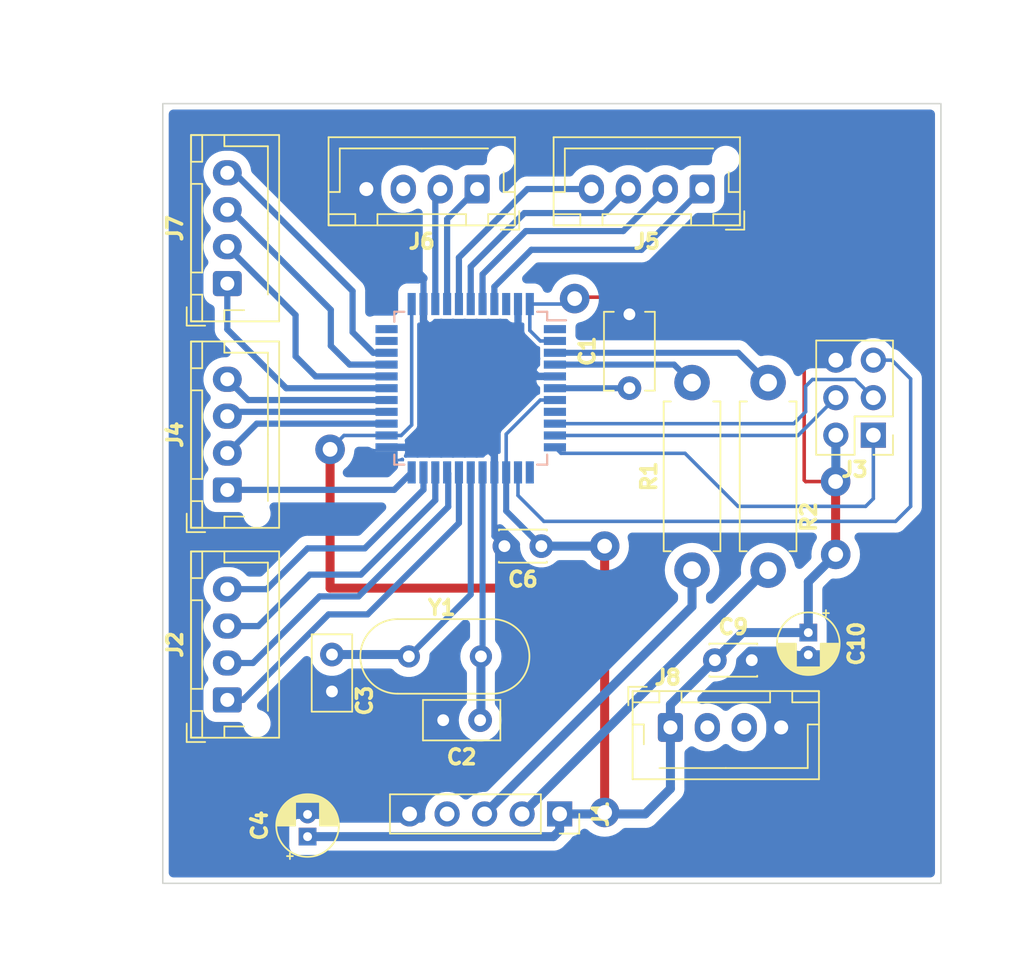
<source format=kicad_pcb>
(kicad_pcb (version 20221018) (generator pcbnew)
  (layers (0 "F.Cu" signal) (31 "B.Cu" signal) (34 "B.Paste" user) (35 "F.Paste" user) (36 "B.SilkS" user "B.Silkscreen") (37 "F.SilkS" user "F.Silkscreen") (38 "B.Mask" user) (39 "F.Mask" user) (44 "Edge.Cuts" user))
  (net 0 "")
  (net 1 "Net-(U1-UCAP)")
  (net 2 "GND")
  (net 3 "Net-(U1-XTAL2)")
  (net 4 "Net-(U1-XTAL1)")
  (net 5 "VCC")
  (net 6 "Net-(J1-D-)")
  (net 7 "Net-(J1-D+)")
  (net 9 "/BUTTON0")
  (net 10 "/BUTTON1")
  (net 11 "/BUTTON2")
  (net 12 "/BUTTON3")
  (net 13 "Net-(J3-MISO)")
  (net 14 "Net-(J3-SCK)")
  (net 15 "Net-(J3-MOSI)")
  (net 16 "Net-(J3-~{RST})")
  (net 17 "/BUTTON4")
  (net 18 "/BUTTON5")
  (net 19 "/BUTTON6")
  (net 20 "/BUTTON7")
  (net 21 "/BUTTON8")
  (net 22 "/BUTTON9")
  (net 23 "/BUTTON10")
  (net 24 "/BUTTON11")
  (net 25 "/BUTTON12")
  (net 26 "/BUTTON13")
  (net 28 "/UP")
  (net 29 "/DOWN")
  (net 30 "/LEFT")
  (net 31 "/RIGHT")
  (net 34 "Net-(U1-D+)")
  (net 35 "Net-(U1-D-)")
  (footprint "Connector_JST:JST_XH_B4B-XH-AM_1x04_P2.50mm_Vertical" (layer "F.Cu") (at 209.8548 78.5876 180)
    (fp_text reference "J5" (at 3.75 -3.55) (layer "F.SilkS") (effects (font (thickness 0.6))))
    (fp_text value "Buttons_3")
    (pad "" np_thru_hole circle (at -1.6 2 180) (size 1.2 1.2) (drill 1.2) (layers "*.Cu" "*.Mask"))
    (pad "1" thru_hole roundrect (at 0 0 180) (size 1.7 1.95) (drill 0.95) (layers "*.Cu" "*.Mask") (roundrect_rratio 0.1470588235) (net 21 "/BUTTON8"))
    (pad "2" thru_hole oval (at 2.5 0 180) (size 1.7 1.95) (drill 0.95) (layers "*.Cu" "*.Mask") (net 22 "/BUTTON9"))
    (pad "3" thru_hole oval (at 5 0 180) (size 1.7 1.95) (drill 0.95) (layers "*.Cu" "*.Mask") (net 23 "/BUTTON10"))
    (pad "4" thru_hole oval (at 7.5 0 180) (size 1.7 1.95) (drill 0.95) (layers "*.Cu" "*.Mask") (net 24 "/BUTTON11"))
  )
  (footprint "Resistor_THT:R_Axial_DIN0411_L9.9mm_D3.6mm_P12.70mm_Horizontal" (layer "F.Cu") (at 214.319 104.394 90)
    (fp_text reference "R2" (at 3.6068 2.7494 270) (layer "F.SilkS") (effects (font (thickness 0.6))))
    (fp_text value "22")
    (pad "1" thru_hole circle (at 0 0 90) (size 2.4 2.4) (drill 1.2) (layers "*.Cu" "*.Mask") (net 6 "Net-(J1-D-)"))
    (pad "2" thru_hole oval (at 12.7 0 90) (size 2.4 2.4) (drill 1.2) (layers "*.Cu" "*.Mask") (net 35 "Net-(U1-D-)"))
  )
  (footprint "Capacitor_THT:C_Disc_D5.1mm_W3.2mm_P5.00mm" (layer "F.Cu") (at 204.9272 92.07 90)
    (fp_text reference "C1" (at 2.5 -2.85 90) (layer "F.SilkS") (effects (font (thickness 0.6))))
    (fp_text value "1u")
    (pad "1" thru_hole circle (at 0 0 90) (size 1.6 1.6) (drill 0.8) (layers "*.Cu" "*.Mask") (net 1 "Net-(U1-UCAP)"))
    (pad "2" thru_hole circle (at 5 0 90) (size 1.6 1.6) (drill 0.8) (layers "*.Cu" "*.Mask") (net 2 "GND"))
  )
  (footprint "Connector_JST:JST_XH_B4B-XH-AM_1x04_P2.50mm_Vertical" (layer "F.Cu") (at 177.6984 84.9884 90)
    (fp_text reference "J7" (at 3.75 -3.55 90) (layer "F.SilkS") (effects (font (thickness 0.6))))
    (fp_text value "STICK")
    (pad "" np_thru_hole circle (at -1.6 2 90) (size 1.2 1.2) (drill 1.2) (layers "*.Cu" "*.Mask"))
    (pad "1" thru_hole roundrect (at 0 0 90) (size 1.7 1.95) (drill 0.95) (layers "*.Cu" "*.Mask") (roundrect_rratio 0.1470588235) (net 28 "/UP"))
    (pad "2" thru_hole oval (at 2.5 0 90) (size 1.7 1.95) (drill 0.95) (layers "*.Cu" "*.Mask") (net 29 "/DOWN"))
    (pad "3" thru_hole oval (at 5 0 90) (size 1.7 1.95) (drill 0.95) (layers "*.Cu" "*.Mask") (net 30 "/LEFT"))
    (pad "4" thru_hole oval (at 7.5 0 90) (size 1.7 1.95) (drill 0.95) (layers "*.Cu" "*.Mask") (net 31 "/RIGHT"))
  )
  (footprint "Connector_JST:JST_XH_B4B-XH-AM_1x04_P2.50mm_Vertical" (layer "F.Cu") (at 177.6984 113.1824 90)
    (fp_text reference "J2" (at 3.75 -3.55 90) (layer "F.SilkS") (effects (font (thickness 0.6))))
    (fp_text value "Buttons_1")
    (pad "" np_thru_hole circle (at -1.6 2 90) (size 1.2 1.2) (drill 1.2) (layers "*.Cu" "*.Mask"))
    (pad "1" thru_hole roundrect (at 0 0 90) (size 1.7 1.95) (drill 0.95) (layers "*.Cu" "*.Mask") (roundrect_rratio 0.1470588235) (net 9 "/BUTTON0"))
    (pad "2" thru_hole oval (at 2.5 0 90) (size 1.7 1.95) (drill 0.95) (layers "*.Cu" "*.Mask") (net 10 "/BUTTON1"))
    (pad "3" thru_hole oval (at 5 0 90) (size 1.7 1.95) (drill 0.95) (layers "*.Cu" "*.Mask") (net 11 "/BUTTON2"))
    (pad "4" thru_hole oval (at 7.5 0 90) (size 1.7 1.95) (drill 0.95) (layers "*.Cu" "*.Mask") (net 12 "/BUTTON3"))
  )
  (footprint "Capacitor_THT:C_Disc_D5.0mm_W2.5mm_P2.50mm" (layer "F.Cu") (at 184.785 110.109 -90)
    (fp_text reference "C3" (at 3.1242 -2.2098 90) (layer "F.SilkS") (effects (font (thickness 0.6))))
    (fp_text value "12-22p")
    (pad "1" thru_hole circle (at 0 0 270) (size 1.6 1.6) (drill 0.8) (layers "*.Cu" "*.Mask") (net 4 "Net-(U1-XTAL1)"))
    (pad "2" thru_hole circle (at 2.5 0 270) (size 1.6 1.6) (drill 0.8) (layers "*.Cu" "*.Mask") (net 2 "GND"))
  )
  (footprint "Connector_PinHeader_2.54mm:PinHeader_2x03_P2.54mm_Vertical" (layer "F.Cu") (at 221.446 95.255 180)
    (fp_text reference "J3" (at 1.27 -2.33) (layer "F.SilkS") (effects (font (thickness 0.6))))
    (fp_text value "AVR-ISP-6")
    (pad "1" thru_hole rect (at 0 0 180) (size 1.7 1.7) (drill 1) (layers "*.Cu" "*.Mask") (net 13 "Net-(J3-MISO)"))
    (pad "2" thru_hole oval (at 2.54 0 180) (size 1.7 1.7) (drill 1) (layers "*.Cu" "*.Mask") (net 5 "VCC"))
    (pad "3" thru_hole oval (at 0 2.54 180) (size 1.7 1.7) (drill 1) (layers "*.Cu" "*.Mask") (net 14 "Net-(J3-SCK)"))
    (pad "4" thru_hole oval (at 2.54 2.54 180) (size 1.7 1.7) (drill 1) (layers "*.Cu" "*.Mask") (net 15 "Net-(J3-MOSI)"))
    (pad "5" thru_hole oval (at 0 5.08 180) (size 1.7 1.7) (drill 1) (layers "*.Cu" "*.Mask") (net 16 "Net-(J3-~{RST})"))
    (pad "6" thru_hole oval (at 2.54 5.08 180) (size 1.7 1.7) (drill 1) (layers "*.Cu" "*.Mask") (net 2 "GND"))
  )
  (footprint "Capacitor_THT:C_Disc_D3.0mm_W2.0mm_P2.50mm" (layer "F.Cu") (at 210.713 110.49)
    (fp_text reference "C9" (at 1.25 -2.25) (layer "F.SilkS") (effects (font (thickness 0.6))))
    (fp_text value "0.1u")
    (pad "1" thru_hole circle (at 0 0) (size 1.6 1.6) (drill 0.8) (layers "*.Cu" "*.Mask") (net 5 "VCC"))
    (pad "2" thru_hole circle (at 2.5 0) (size 1.6 1.6) (drill 0.8) (layers "*.Cu" "*.Mask") (net 2 "GND"))
  )
  (footprint "Capacitor_THT:CP_Radial_D4.0mm_P1.50mm" (layer "F.Cu") (at 183.134 122.4394 90)
    (fp_text reference "C4" (at 0.75 -3.25 90) (layer "F.SilkS") (effects (font (thickness 0.6))))
    (fp_text value "47u")
    (pad "1" thru_hole rect (at 0 0 90) (size 1.2 1.2) (drill 0.6) (layers "*.Cu" "*.Mask") (net 5 "VCC"))
    (pad "2" thru_hole circle (at 1.5 0 90) (size 1.2 1.2) (drill 0.6) (layers "*.Cu" "*.Mask") (net 2 "GND"))
  )
  (footprint "Capacitor_THT:C_Disc_D5.0mm_W2.5mm_P2.50mm" (layer "F.Cu") (at 194.818 114.554 180)
    (fp_text reference "C2" (at 1.25 -2.5) (layer "F.SilkS") (effects (font (thickness 0.6))))
    (fp_text value "12-22p")
    (pad "1" thru_hole circle (at 0 0 180) (size 1.6 1.6) (drill 0.8) (layers "*.Cu" "*.Mask") (net 3 "Net-(U1-XTAL2)"))
    (pad "2" thru_hole circle (at 2.5 0 180) (size 1.6 1.6) (drill 0.8) (layers "*.Cu" "*.Mask") (net 2 "GND"))
  )
  (footprint "Connector_JST:JST_XH_B4B-XH-AM_1x04_P2.50mm_Vertical" (layer "F.Cu") (at 194.6148 78.5876 180)
    (fp_text reference "J6" (at 3.75 -3.55) (layer "F.SilkS") (effects (font (thickness 0.6))))
    (fp_text value "Buttons_4")
    (pad "" np_thru_hole circle (at -1.6 2 180) (size 1.2 1.2) (drill 1.2) (layers "*.Cu" "*.Mask"))
    (pad "1" thru_hole roundrect (at 0 0 180) (size 1.7 1.95) (drill 0.95) (layers "*.Cu" "*.Mask") (roundrect_rratio 0.1470588235) (net 25 "/BUTTON12"))
    (pad "2" thru_hole oval (at 2.5 0 180) (size 1.7 1.95) (drill 0.95) (layers "*.Cu" "*.Mask") (net 26 "/BUTTON13"))
    (pad "3" thru_hole oval (at 5 0 180) (size 1.7 1.95) (drill 0.95) (layers "*.Cu" "*.Mask"))
    (pad "4" thru_hole oval (at 7.5 0 180) (size 1.7 1.95) (drill 0.95) (layers "*.Cu" "*.Mask") (net 2 "GND"))
  )
  (footprint "Connector_JST:JST_XH_B4B-XH-AM_1x04_P2.50mm_Vertical" (layer "F.Cu") (at 177.6984 98.9692 90)
    (fp_text reference "J4" (at 3.75 -3.55 90) (layer "F.SilkS") (effects (font (thickness 0.6))))
    (fp_text value "Buttons_2")
    (pad "" np_thru_hole circle (at -1.6 2 90) (size 1.2 1.2) (drill 1.2) (layers "*.Cu" "*.Mask"))
    (pad "1" thru_hole roundrect (at 0 0 90) (size 1.7 1.95) (drill 0.95) (layers "*.Cu" "*.Mask") (roundrect_rratio 0.1470588235) (net 17 "/BUTTON4"))
    (pad "2" thru_hole oval (at 2.5 0 90) (size 1.7 1.95) (drill 0.95) (layers "*.Cu" "*.Mask") (net 18 "/BUTTON5"))
    (pad "3" thru_hole oval (at 5 0 90) (size 1.7 1.95) (drill 0.95) (layers "*.Cu" "*.Mask") (net 19 "/BUTTON6"))
    (pad "4" thru_hole oval (at 7.5 0 90) (size 1.7 1.95) (drill 0.95) (layers "*.Cu" "*.Mask") (net 20 "/BUTTON7"))
  )
  (footprint "Resistor_THT:R_Axial_DIN0411_L9.9mm_D3.6mm_P12.70mm_Horizontal" (layer "F.Cu") (at 209.169 104.394 90)
    (fp_text reference "R1" (at 6.35 -2.92 90) (layer "F.SilkS") (effects (font (thickness 0.6))))
    (fp_text value "22")
    (pad "1" thru_hole circle (at 0 0 90) (size 2.4 2.4) (drill 1.2) (layers "*.Cu" "*.Mask") (net 7 "Net-(J1-D+)"))
    (pad "2" thru_hole oval (at 12.7 0 90) (size 2.4 2.4) (drill 1.2) (layers "*.Cu" "*.Mask") (net 34 "Net-(U1-D+)"))
  )
  (footprint "Crystal:Crystal_HC49-4H_Vertical" (layer "F.Cu") (at 194.872 110.236 180)
    (fp_text reference "Y1" (at 2.6448 3.302) (layer "F.SilkS") (effects (font (thickness 0.6))))
    (fp_text value "Crystal")
    (pad "1" thru_hole circle (at 0 0 180) (size 1.5 1.5) (drill 0.8) (layers "*.Cu" "*.Mask") (net 3 "Net-(U1-XTAL2)"))
    (pad "2" thru_hole circle (at 4.88 0 180) (size 1.5 1.5) (drill 0.8) (layers "*.Cu" "*.Mask") (net 4 "Net-(U1-XTAL1)"))
  )
  (footprint "Connector_JST:JST_XH_B4B-XH-AM_1x04_P2.50mm_Vertical" (layer "F.Cu") (at 207.705 115.045)
    (fp_text reference "J8" (at -0.187 -3.3866) (layer "F.SilkS") (effects (font (thickness 0.6))))
    (fp_text value "STICK_POWER")
    (pad "" np_thru_hole circle (at -1.6 2) (size 1.2 1.2) (drill 1.2) (layers "*.Cu" "*.Mask"))
    (pad "1" thru_hole roundrect (at 0 0) (size 1.7 1.95) (drill 0.95) (layers "*.Cu" "*.Mask") (roundrect_rratio 0.1470588235) (net 5 "VCC"))
    (pad "2" thru_hole oval (at 2.5 0) (size 1.7 1.95) (drill 0.95) (layers "*.Cu" "*.Mask"))
    (pad "3" thru_hole oval (at 5 0) (size 1.7 1.95) (drill 0.95) (layers "*.Cu" "*.Mask"))
    (pad "4" thru_hole oval (at 7.5 0) (size 1.7 1.95) (drill 0.95) (layers "*.Cu" "*.Mask") (net 2 "GND"))
  )
  (footprint "Capacitor_THT:CP_Radial_D4.0mm_P1.50mm" (layer "F.Cu") (at 217.043 108.624401 -90)
    (fp_text reference "C10" (at 0.75 -3.25 90) (layer "F.SilkS") (effects (font (thickness 0.6))))
    (fp_text value "10u")
    (pad "1" thru_hole rect (at 0 0 270) (size 1.2 1.2) (drill 0.6) (layers "*.Cu" "*.Mask") (net 5 "VCC"))
    (pad "2" thru_hole circle (at 1.5 0 270) (size 1.2 1.2) (drill 0.6) (layers "*.Cu" "*.Mask") (net 2 "GND"))
  )
  (footprint "Connector_PinSocket_2.54mm:PinSocket_1x05_P2.54mm_Vertical" (layer "F.Cu") (at 200.2028 120.904 -90)
    (fp_text reference "J1" (at 0 -2.77 90) (layer "F.SilkS") (effects (font (thickness 0.6))))
    (fp_text value "USB_B_Micro")
    (pad "1" thru_hole rect (at 0 0 270) (size 1.7 1.7) (drill 1) (layers "*.Cu" "*.Mask") (net 5 "VCC"))
    (pad "2" thru_hole oval (at 0 2.54 270) (size 1.7 1.7) (drill 1) (layers "*.Cu" "*.Mask") (net 6 "Net-(J1-D-)"))
    (pad "3" thru_hole oval (at 0 5.08 270) (size 1.7 1.7) (drill 1) (layers "*.Cu" "*.Mask") (net 7 "Net-(J1-D+)"))
    (pad "4" thru_hole oval (at 0 7.62 270) (size 1.7 1.7) (drill 1) (layers "*.Cu" "*.Mask"))
    (pad "5" thru_hole oval (at 0 10.16 270) (size 1.7 1.7) (drill 1) (layers "*.Cu" "*.Mask") (net 2 "GND"))
  )
  (footprint "Capacitor_THT:C_Disc_D3.0mm_W2.0mm_P2.50mm" (layer "F.Cu") (at 198.9636 102.7684 180)
    (fp_text reference "C6" (at 1.25 -2.25) (layer "F.SilkS") (effects (font (thickness 0.6))))
    (fp_text value "0.1u")
    (pad "1" thru_hole circle (at 0 0 180) (size 1.6 1.6) (drill 0.8) (layers "*.Cu" "*.Mask") (net 5 "VCC"))
    (pad "2" thru_hole circle (at 2.5 0 180) (size 1.6 1.6) (drill 0.8) (layers "*.Cu" "*.Mask") (net 2 "GND"))
  )
  (footprint "Package_QFP:TQFP-44_10x10mm_P0.8mm" (layer "B.Cu") (at 194.183 92.075 180)
    (fp_text reference "U1" hide)
    (fp_text value "ATmega32U4-A")
    (pad "1" smd rect (at -5.7 4 180) (size 1.5 0.55) (layers "B.Cu" "B.Paste" "B.Mask"))
    (pad "2" smd rect (at -5.7 3.2 180) (size 1.5 0.55) (layers "B.Cu" "B.Paste" "B.Mask") (net 5 "VCC"))
    (pad "3" smd rect (at -5.7 2.4 180) (size 1.5 0.55) (layers "B.Cu" "B.Paste" "B.Mask") (net 35 "Net-(U1-D-)"))
    (pad "4" smd rect (at -5.7 1.6 180) (size 1.5 0.55) (layers "B.Cu" "B.Paste" "B.Mask") (net 34 "Net-(U1-D+)"))
    (pad "5" smd rect (at -5.7 0.8 180) (size 1.5 0.55) (layers "B.Cu" "B.Paste" "B.Mask") (net 2 "GND"))
    (pad "6" smd rect (at -5.7 0 180) (size 1.5 0.55) (layers "B.Cu" "B.Paste" "B.Mask") (net 1 "Net-(U1-UCAP)"))
    (pad "7" smd rect (at -5.7 -0.8 180) (size 1.5 0.55) (layers "B.Cu" "B.Paste" "B.Mask") (net 5 "VCC"))
    (pad "8" smd rect (at -5.7 -1.6 180) (size 1.5 0.55) (layers "B.Cu" "B.Paste" "B.Mask"))
    (pad "9" smd rect (at -5.7 -2.4 180) (size 1.5 0.55) (layers "B.Cu" "B.Paste" "B.Mask") (net 14 "Net-(J3-SCK)"))
    (pad "10" smd rect (at -5.7 -3.2 180) (size 1.5 0.55) (layers "B.Cu" "B.Paste" "B.Mask") (net 15 "Net-(J3-MOSI)"))
    (pad "11" smd rect (at -5.7 -4 180) (size 1.5 0.55) (layers "B.Cu" "B.Paste" "B.Mask") (net 13 "Net-(J3-MISO)"))
    (pad "12" smd rect (at -4 -5.7 90) (size 1.5 0.55) (layers "B.Cu" "B.Paste" "B.Mask"))
    (pad "13" smd rect (at -3.2 -5.7 90) (size 1.5 0.55) (layers "B.Cu" "B.Paste" "B.Mask") (net 16 "Net-(J3-~{RST})"))
    (pad "14" smd rect (at -2.4 -5.7 90) (size 1.5 0.55) (layers "B.Cu" "B.Paste" "B.Mask") (net 5 "VCC"))
    (pad "15" smd rect (at -1.6 -5.7 90) (size 1.5 0.55) (layers "B.Cu" "B.Paste" "B.Mask") (net 2 "GND"))
    (pad "16" smd rect (at -0.8 -5.7 90) (size 1.5 0.55) (layers "B.Cu" "B.Paste" "B.Mask") (net 3 "Net-(U1-XTAL2)"))
    (pad "17" smd rect (at 0 -5.7 90) (size 1.5 0.55) (layers "B.Cu" "B.Paste" "B.Mask") (net 4 "Net-(U1-XTAL1)"))
    (pad "18" smd rect (at 0.8 -5.7 90) (size 1.5 0.55) (layers "B.Cu" "B.Paste" "B.Mask") (net 9 "/BUTTON0"))
    (pad "19" smd rect (at 1.6 -5.7 90) (size 1.5 0.55) (layers "B.Cu" "B.Paste" "B.Mask") (net 10 "/BUTTON1"))
    (pad "20" smd rect (at 2.4 -5.7 90) (size 1.5 0.55) (layers "B.Cu" "B.Paste" "B.Mask") (net 11 "/BUTTON2"))
    (pad "21" smd rect (at 3.2 -5.7 90) (size 1.5 0.55) (layers "B.Cu" "B.Paste" "B.Mask") (net 12 "/BUTTON3"))
    (pad "22" smd rect (at 4 -5.7 90) (size 1.5 0.55) (layers "B.Cu" "B.Paste" "B.Mask") (net 17 "/BUTTON4"))
    (pad "23" smd rect (at 5.7 -4 180) (size 1.5 0.55) (layers "B.Cu" "B.Paste" "B.Mask") (net 2 "GND"))
    (pad "24" smd rect (at 5.7 -3.2 180) (size 1.5 0.55) (layers "B.Cu" "B.Paste" "B.Mask") (net 5 "VCC"))
    (pad "25" smd rect (at 5.7 -2.4 180) (size 1.5 0.55) (layers "B.Cu" "B.Paste" "B.Mask") (net 18 "/BUTTON5"))
    (pad "26" smd rect (at 5.7 -1.6 180) (size 1.5 0.55) (layers "B.Cu" "B.Paste" "B.Mask") (net 19 "/BUTTON6"))
    (pad "27" smd rect (at 5.7 -0.8 180) (size 1.5 0.55) (layers "B.Cu" "B.Paste" "B.Mask") (net 20 "/BUTTON7"))
    (pad "28" smd rect (at 5.7 0 180) (size 1.5 0.55) (layers "B.Cu" "B.Paste" "B.Mask") (net 28 "/UP"))
    (pad "29" smd rect (at 5.7 0.8 180) (size 1.5 0.55) (layers "B.Cu" "B.Paste" "B.Mask") (net 29 "/DOWN"))
    (pad "30" smd rect (at 5.7 1.6 180) (size 1.5 0.55) (layers "B.Cu" "B.Paste" "B.Mask") (net 30 "/LEFT"))
    (pad "31" smd rect (at 5.7 2.4 180) (size 1.5 0.55) (layers "B.Cu" "B.Paste" "B.Mask") (net 31 "/RIGHT"))
    (pad "32" smd rect (at 5.7 3.2 180) (size 1.5 0.55) (layers "B.Cu" "B.Paste" "B.Mask"))
    (pad "33" smd rect (at 5.7 4 180) (size 1.5 0.55) (layers "B.Cu" "B.Paste" "B.Mask"))
    (pad "34" smd rect (at 4 5.7 90) (size 1.5 0.55) (layers "B.Cu" "B.Paste" "B.Mask") (net 5 "VCC"))
    (pad "35" smd rect (at 3.2 5.7 90) (size 1.5 0.55) (layers "B.Cu" "B.Paste" "B.Mask") (net 2 "GND"))
    (pad "36" smd rect (at 2.4 5.7 90) (size 1.5 0.55) (layers "B.Cu" "B.Paste" "B.Mask") (net 26 "/BUTTON13"))
    (pad "37" smd rect (at 1.6 5.7 90) (size 1.5 0.55) (layers "B.Cu" "B.Paste" "B.Mask") (net 25 "/BUTTON12"))
    (pad "38" smd rect (at 0.8 5.7 90) (size 1.5 0.55) (layers "B.Cu" "B.Paste" "B.Mask") (net 24 "/BUTTON11"))
    (pad "39" smd rect (at 0 5.7 90) (size 1.5 0.55) (layers "B.Cu" "B.Paste" "B.Mask") (net 23 "/BUTTON10"))
    (pad "40" smd rect (at -0.8 5.7 90) (size 1.5 0.55) (layers "B.Cu" "B.Paste" "B.Mask") (net 22 "/BUTTON9"))
    (pad "41" smd rect (at -1.6 5.7 90) (size 1.5 0.55) (layers "B.Cu" "B.Paste" "B.Mask") (net 21 "/BUTTON8"))
    (pad "42" smd rect (at -2.4 5.7 90) (size 1.5 0.55) (layers "B.Cu" "B.Paste" "B.Mask"))
    (pad "43" smd rect (at -3.2 5.7 90) (size 1.5 0.55) (layers "B.Cu" "B.Paste" "B.Mask") (net 2 "GND"))
    (pad "44" smd rect (at -4 5.7 90) (size 1.5 0.55) (layers "B.Cu" "B.Paste" "B.Mask") (net 5 "VCC"))
  )
  (gr_rect (start 173.3296 72.80275) (end 226.0219 125.603) (stroke (width 0.1)) (fill none) (layer "Edge.Cuts"))
  (segment (start 204.9222 92.075) (end 204.9272 92.07) (width 0.41) (layer "B.Cu") (net 1))
  (segment (start 199.883 92.075) (end 204.9222 92.075) (width 0.41) (layer "B.Cu") (net 1))
  (segment (start 190.983 86.375) (end 190.983 84.6586) (width 0.42) (layer "B.Cu") (net 2))
  (segment (start 183.134 120.9394) (end 182.285472 120.9394) (width 0.61) (layer "B.Cu") (net 2))
  (segment (start 194.7164 96.075) (end 194.7164 93.8784) (width 0.24) (layer "B.Cu") (net 2))
  (segment (start 194.7164 96.075) (end 188.483 96.075) (width 0.24) (layer "B.Cu") (net 2))
  (segment (start 196.4636 106.8524) (end 196.4636 102.7684) (width 0.61) (layer "B.Cu") (net 2))
  (segment (start 218.906 87.8244) (end 218.948 87.7824) (width 0.61) (layer "B.Cu") (net 2))
  (segment (start 185.908001 120.9394) (end 183.134 120.9394) (width 0.61) (layer "B.Cu") (net 2))
  (segment (start 224.1804 87.7824) (end 225.2472 88.8492) (width 0.61) (layer "B.Cu") (net 2))
  (segment (start 197.383 86.375) (end 197.383 89.765) (width 0.24) (layer "B.Cu") (net 2))
  (segment (start 213.213 110.49) (end 216.677401 110.49) (width 0.61) (layer "B.Cu") (net 2))
  (segment (start 195.073 96.075) (end 194.7164 96.075) (width 0.24) (layer "B.Cu") (net 2))
  (segment (start 181.4576 121.767272) (end 181.4576 123.4948) (width 0.61) (layer "B.Cu") (net 2))
  (segment (start 195.783 97.775) (end 195.783 96.785) (width 0.24) (layer "B.Cu") (net 2))
  (segment (start 187.1148 80.7904) (end 190.9572 84.6328) (width 0.61) (layer "B.Cu") (net 2))
  (segment (start 190.983 87.365) (end 193.383 89.765) (width 0.24) (layer "B.Cu") (net 2))
  (segment (start 193.383 89.765) (end 197.383 89.765) (width 0.24) (layer "B.Cu") (net 2))
  (segment (start 190.0428 120.904) (end 193.4464 117.5004) (width 0.61) (layer "B.Cu") (net 2))
  (segment (start 183.134 120.9394) (end 183.017 120.9394) (width 0.61) (layer "B.Cu") (net 2))
  (segment (start 182.285472 120.9394) (end 181.4576 121.767272) (width 0.61) (layer "B.Cu") (net 2))
  (segment (start 190.0428 120.904) (end 185.943401 120.904) (width 0.61) (layer "B.Cu") (net 2))
  (segment (start 187.1148 78.5876) (end 187.1148 80.7904) (width 0.61) (layer "B.Cu") (net 2))
  (segment (start 181.9656 124.0028) (end 206.2472 124.0028) (width 0.61) (layer "B.Cu") (net 2))
  (segment (start 206.2472 124.0028) (end 215.205 115.045) (width 0.61) (layer "B.Cu") (net 2))
  (segment (start 225.2472 88.8492) (end 225.2472 103.6828) (width 0.61) (layer "B.Cu") (net 2))
  (segment (start 197.383 89.765) (end 198.1064 90.4884) (width 0.24) (layer "B.Cu") (net 2))
  (segment (start 217.043 113.207) (end 215.205 115.045) (width 0.61) (layer "B.Cu") (net 2))
  (segment (start 182.3212 120.2436) (end 182.3212 113.6904) (width 0.61) (layer "B.Cu") (net 2))
  (segment (start 218.805599 110.124401) (end 217.043 110.124401) (width 0.61) (layer "B.Cu") (net 2))
  (segment (start 193.4464 117.5004) (end 195.4784 117.5004) (width 0.61) (layer "B.Cu") (net 2))
  (segment (start 190.983 86.375) (end 190.983 87.365) (width 0.24) (layer "B.Cu") (net 2))
  (segment (start 216.677401 110.49) (end 217.043 110.124401) (width 0.61) (layer "B.Cu") (net 2))
  (segment (start 190.983 84.6586) (end 190.9572 84.6328) (width 0.24) (layer "B.Cu") (net 2))
  (segment (start 190.0428 120.904) (end 190.0428 116.8292) (width 0.61) (layer "B.Cu") (net 2))
  (segment (start 195.4784 117.5004) (end 198.628 114.3508) (width 0.61) (layer "B.Cu") (net 2))
  (segment (start 218.948 87.7824) (end 224.1804 87.7824) (width 0.61) (layer "B.Cu") (net 2))
  (segment (start 185.943401 120.904) (end 185.908001 120.9394) (width 0.61) (layer "B.Cu") (net 2))
  (segment (start 195.783 96.785) (end 195.073 96.075) (width 0.24) (layer "B.Cu") (net 2))
  (segment (start 181.4576 123.4948) (end 181.9656 124.0028) (width 0.61) (layer "B.Cu") (net 2))
  (segment (start 198.628 114.3508) (end 198.628 109.0168) (width 0.61) (layer "B.Cu") (net 2))
  (segment (start 198.1064 90.4884) (end 198.893 91.275) (width 0.24) (layer "B.Cu") (net 2))
  (segment (start 183.4026 112.609) (end 184.785 112.609) (width 0.61) (layer "B.Cu") (net 2))
  (segment (start 198.628 109.0168) (end 196.4636 106.8524) (width 0.61) (layer "B.Cu") (net 2))
  (segment (start 182.3212 113.6904) (end 183.4026 112.609) (width 0.61) (layer "B.Cu") (net 2))
  (segment (start 183.017 120.9394) (end 182.3212 120.2436) (width 0.61) (layer "B.Cu") (net 2))
  (segment (start 194.7164 93.8784) (end 198.1064 90.4884) (width 0.24) (layer "B.Cu") (net 2))
  (segment (start 225.2472 103.6828) (end 218.805599 110.124401) (width 0.61) (layer "B.Cu") (net 2))
  (segment (start 195.783 97.775) (end 195.783 102.0878) (width 0.41) (layer "B.Cu") (net 2))
  (segment (start 190.0428 116.8292) (end 192.318 114.554) (width 0.61) (layer "B.Cu") (net 2))
  (segment (start 195.783 102.0878) (end 196.4636 102.7684) (width 0.41) (layer "B.Cu") (net 2))
  (segment (start 198.893 91.275) (end 199.883 91.275) (width 0.24) (layer "B.Cu") (net 2))
  (segment (start 218.906 90.175) (end 218.906 87.8244) (width 0.61) (layer "B.Cu") (net 2))
  (segment (start 217.043 110.124401) (end 217.043 113.207) (width 0.61) (layer "B.Cu") (net 2))
  (segment (start 194.983 110.125) (end 194.872 110.236) (width 0.41) (layer "B.Cu") (net 3))
  (segment (start 194.872 110.236) (end 194.872 114.5) (width 0.61) (layer "B.Cu") (net 3))
  (segment (start 194.872 114.5) (end 194.818 114.554) (width 0.61) (layer "B.Cu") (net 3))
  (segment (start 194.983 97.775) (end 194.983 110.125) (width 0.41) (layer "B.Cu") (net 3))
  (segment (start 194.183 97.775) (end 194.183 106.045) (width 0.41) (layer "B.Cu") (net 4))
  (segment (start 184.785 110.109) (end 189.865 110.109) (width 0.61) (layer "B.Cu") (net 4))
  (segment (start 194.183 106.045) (end 189.992 110.236) (width 0.41) (layer "B.Cu") (net 4))
  (segment (start 189.865 110.109) (end 189.992 110.236) (width 0.61) (layer "B.Cu") (net 4))
  (segment (start 216.8652 98.3996) (end 216.8698 98.395) (width 0.24) (layer "F.Cu") (net 5))
  (segment (start 201.3132 85.91) (end 216.72 85.91) (width 0.24) (layer "F.Cu") (net 5))
  (segment (start 184.658 105.6132) (end 184.658 96.2152) (width 0.61) (layer "F.Cu") (net 5))
  (segment (start 216.7636 85.9536) (end 216.7636 98.298) (width 0.24) (layer "F.Cu") (net 5))
  (segment (start 201.2188 86.0044) (end 201.3132 85.91) (width 0.24) (layer "F.Cu") (net 5))
  (segment (start 216.72 85.91) (end 216.7636 85.9536) (width 0.24) (layer "F.Cu") (net 5))
  (segment (start 203.2508 105.6132) (end 203.2508 102.7684) (width 0.61) (layer "F.Cu") (net 5))
  (segment (start 216.7636 98.298) (end 216.8652 98.3996) (width 0.24) (layer "F.Cu") (net 5))
  (segment (start 216.8698 98.395) (end 218.891 98.395) (width 0.24) (layer "F.Cu") (net 5))
  (segment (start 218.891 98.395) (end 218.891 103.321) (width 0.61) (layer "F.Cu") (net 5))
  (segment (start 203.2508 105.6132) (end 184.658 105.6132) (width 0.61) (layer "F.Cu") (net 5))
  (segment (start 203.2508 120.8024) (end 203.2508 105.6132) (width 0.61) (layer "F.Cu") (net 5))
  (segment (start 218.891 103.321) (end 218.8972 103.3272) (width 0.61) (layer "F.Cu") (net 5))
  (via (at 203.2508 120.8024) (size 2) (drill 1) (layers "F.Cu" "B.Cu") (net 5))
  (via (at 218.891 98.395) (size 2) (drill 1) (layers "F.Cu" "B.Cu") (net 5))
  (via (at 184.658 96.2152) (size 2) (drill 1) (layers "F.Cu" "B.Cu") (net 5))
  (via (at 201.2188 86.0044) (size 2) (drill 1) (layers "F.Cu" "B.Cu") (net 5))
  (via (at 203.2508 102.7684) (size 2) (drill 1) (layers "F.Cu" "B.Cu") (net 5))
  (via (at 218.8972 103.3272) (size 2) (drill 1) (layers "F.Cu" "B.Cu") (net 5))
  (segment (start 203.2508 102.7684) (end 198.9636 102.7684) (width 0.61) (layer "B.Cu") (net 5))
  (segment (start 183.134 122.4394) (end 199.785 122.4394) (width 0.61) (layer "B.Cu") (net 5))
  (segment (start 198.893 92.875) (end 199.883 92.875) (width 0.24) (layer "B.Cu") (net 5))
  (segment (start 207.705 115.045) (end 207.705 113.498) (width 0.61) (layer "B.Cu") (net 5))
  (segment (start 198.893 88.875) (end 199.883 88.875) (width 0.24) (layer "B.Cu") (net 5))
  (segment (start 200.8482 86.375) (end 201.2188 86.0044) (width 0.24) (layer "B.Cu") (net 5))
  (segment (start 203.1492 120.904) (end 203.2508 120.8024) (width 0.61) (layer "B.Cu") (net 5))
  (segment (start 199.785 122.4394) (end 200.2028 122.0216) (width 0.61) (layer "B.Cu") (net 5))
  (segment (start 190.183 94.565) (end 190.183 86.375) (width 0.24) (layer "B.Cu") (net 5))
  (segment (start 189.473 95.275) (end 190.183 94.565) (width 0.24) (layer "B.Cu") (net 5))
  (segment (start 198.183 88.165) (end 198.893 88.875) (width 0.24) (layer "B.Cu") (net 5))
  (segment (start 207.705 113.498) (end 210.713 110.49) (width 0.61) (layer "B.Cu") (net 5))
  (segment (start 217.043 105.1814) (end 218.8972 103.3272) (width 0.61) (layer "B.Cu") (net 5))
  (segment (start 198.183 86.375) (end 198.183 88.165) (width 0.24) (layer "B.Cu") (net 5))
  (segment (start 207.705 119.193) (end 207.705 115.045) (width 0.61) (layer "B.Cu") (net 5))
  (segment (start 203.2508 120.8024) (end 203.3524 120.904) (width 0.61) (layer "B.Cu") (net 5))
  (segment (start 205.994 120.904) (end 207.705 119.193) (width 0.61) (layer "B.Cu") (net 5))
  (segment (start 196.583 97.775) (end 196.583 95.185) (width 0.24) (layer "B.Cu") (net 5))
  (segment (start 200.2028 120.904) (end 203.1492 120.904) (width 0.61) (layer "B.Cu") (net 5))
  (segment (start 188.483 95.275) (end 189.473 95.275) (width 0.24) (layer "B.Cu") (net 5))
  (segment (start 198.183 86.375) (end 200.8482 86.375) (width 0.24) (layer "B.Cu") (net 5))
  (segment (start 196.583 100.3878) (end 198.9636 102.7684) (width 0.41) (layer "B.Cu") (net 5))
  (segment (start 212.578599 108.624401) (end 210.713 110.49) (width 0.61) (layer "B.Cu") (net 5))
  (segment (start 203.3524 120.904) (end 205.994 120.904) (width 0.61) (layer "B.Cu") (net 5))
  (segment (start 217.043 108.624401) (end 217.043 105.1814) (width 0.61) (layer "B.Cu") (net 5))
  (segment (start 196.583 97.775) (end 196.583 100.3878) (width 0.41) (layer "B.Cu") (net 5))
  (segment (start 196.583 95.185) (end 198.893 92.875) (width 0.24) (layer "B.Cu") (net 5))
  (segment (start 200.2028 122.0216) (end 200.2028 120.904) (width 0.61) (layer "B.Cu") (net 5))
  (segment (start 188.483 95.275) (end 185.5982 95.275) (width 0.24) (layer "B.Cu") (net 5))
  (segment (start 217.043 108.624401) (end 212.578599 108.624401) (width 0.61) (layer "B.Cu") (net 5))
  (segment (start 185.5982 95.275) (end 184.658 96.2152) (width 0.24) (layer "B.Cu") (net 5))
  (segment (start 218.906 95.255) (end 218.906 98.38) (width 0.61) (layer "B.Cu") (net 5))
  (segment (start 197.6628 120.904) (end 214.1728 104.394) (width 0.61) (layer "B.Cu") (net 6))
  (segment (start 214.1728 104.394) (end 214.319 104.394) (width 0.61) (layer "B.Cu") (net 6))
  (segment (start 209.169 106.8578) (end 209.169 104.394) (width 0.61) (layer "B.Cu") (net 7))
  (segment (start 195.1228 120.904) (end 209.169 106.8578) (width 0.61) (layer "B.Cu") (net 7))
  (segment (start 184.5564 107.3912) (end 178.7652 113.1824) (width 0.42) (layer "B.Cu") (net 9))
  (segment (start 187.198 107.3912) (end 184.5564 107.3912) (width 0.42) (layer "B.Cu") (net 9))
  (segment (start 193.383 97.775) (end 193.383 101.2062) (width 0.42) (layer "B.Cu") (net 9))
  (segment (start 178.7652 113.1824) (end 177.6984 113.1824) (width 0.42) (layer "B.Cu") (net 9))
  (segment (start 193.383 101.2062) (end 187.198 107.3912) (width 0.42) (layer "B.Cu") (net 9))
  (segment (start 192.658 97.85) (end 192.658 100.1024) (width 0.42) (layer "B.Cu") (net 10))
  (segment (start 192.583 97.775) (end 192.658 97.85) (width 0.42) (layer "B.Cu") (net 10))
  (segment (start 179.4364 110.6824) (end 177.6984 110.6824) (width 0.42) (layer "B.Cu") (net 10))
  (segment (start 186.5884 106.172) (end 183.9468 106.172) (width 0.42) (layer "B.Cu") (net 10))
  (segment (start 183.9468 106.172) (end 179.4364 110.6824) (width 0.42) (layer "B.Cu") (net 10))
  (segment (start 192.658 100.1024) (end 186.5884 106.172) (width 0.42) (layer "B.Cu") (net 10))
  (segment (start 191.783 97.775) (end 191.783 99.6566) (width 0.42) (layer "B.Cu") (net 11))
  (segment (start 183.2864 104.6988) (end 179.8028 108.1824) (width 0.42) (layer "B.Cu") (net 11))
  (segment (start 191.783 99.6566) (end 186.7408 104.6988) (width 0.42) (layer "B.Cu") (net 11))
  (segment (start 179.8028 108.1824) (end 177.6984 108.1824) (width 0.42) (layer "B.Cu") (net 11))
  (segment (start 186.7408 104.6988) (end 183.2864 104.6988) (width 0.42) (layer "B.Cu") (net 11))
  (segment (start 190.983 98.945) (end 187.0072 102.9208) (width 0.42) (layer "B.Cu") (net 12))
  (segment (start 187.0072 102.9208) (end 183.134 102.9208) (width 0.42) (layer "B.Cu") (net 12))
  (segment (start 183.134 102.9208) (end 180.3724 105.6824) (width 0.42) (layer "B.Cu") (net 12))
  (segment (start 180.3724 105.6824) (end 177.6984 105.6824) (width 0.42) (layer "B.Cu") (net 12))
  (segment (start 190.983 97.775) (end 190.983 98.945) (width 0.42) (layer "B.Cu") (net 12))
  (segment (start 221.446 99.553) (end 220.923 100.076) (width 0.24) (layer "B.Cu") (net 13))
  (segment (start 212.287 100.076) (end 208.696 96.485) (width 0.24) (layer "B.Cu") (net 13))
  (segment (start 221.446 95.255) (end 221.446 99.553) (width 0.24) (layer "B.Cu") (net 13))
  (segment (start 200.293 96.485) (end 199.883 96.075) (width 0.24) (layer "B.Cu") (net 13))
  (segment (start 220.923 100.076) (end 212.287 100.076) (width 0.24) (layer "B.Cu") (net 13))
  (segment (start 208.696 96.485) (end 200.293 96.485) (width 0.24) (layer "B.Cu") (net 13))
  (segment (start 216.859 91.948) (end 216.859 93.671) (width 0.24) (layer "B.Cu") (net 14))
  (segment (start 217.322 91.485) (end 216.859 91.948) (width 0.24) (layer "B.Cu") (net 14))
  (segment (start 216.055 94.475) (end 199.883 94.475) (width 0.24) (layer "B.Cu") (net 14))
  (segment (start 221.446 92.715) (end 220.216 91.485) (width 0.24) (layer "B.Cu") (net 14))
  (segment (start 216.859 93.671) (end 216.055 94.475) (width 0.24) (layer "B.Cu") (net 14))
  (segment (start 220.216 91.485) (end 217.322 91.485) (width 0.24) (layer "B.Cu") (net 14))
  (segment (start 218.906 92.715) (end 216.346 95.275) (width 0.24) (layer "B.Cu") (net 15))
  (segment (start 216.346 95.275) (end 199.883 95.275) (width 0.24) (layer "B.Cu") (net 15))
  (segment (start 221.446 90.175) (end 222.706 90.175) (width 0.24) (layer "B.Cu") (net 16))
  (segment (start 223.971 91.44) (end 223.971 100.076) (width 0.24) (layer "B.Cu") (net 16))
  (segment (start 222.706 90.175) (end 223.971 91.44) (width 0.24) (layer "B.Cu") (net 16))
  (segment (start 197.383 99.339) (end 197.383 97.775) (width 0.24) (layer "B.Cu") (net 16))
  (segment (start 199.136 101.092) (end 197.383 99.339) (width 0.24) (layer "B.Cu") (net 16))
  (segment (start 222.955 101.092) (end 199.136 101.092) (width 0.24) (layer "B.Cu") (net 16))
  (segment (start 223.971 100.076) (end 222.955 101.092) (width 0.24) (layer "B.Cu") (net 16))
  (segment (start 177.7092 98.9584) (end 188.9996 98.9584) (width 0.42) (layer "B.Cu") (net 17))
  (segment (start 177.6984 98.9692) (end 177.7092 98.9584) (width 0.42) (layer "B.Cu") (net 17))
  (segment (start 188.9996 98.9584) (end 190.183 97.775) (width 0.42) (layer "B.Cu") (net 17))
  (segment (start 188.483 94.475) (end 179.6926 94.475) (width 0.42) (layer "B.Cu") (net 18))
  (segment (start 179.6926 94.475) (end 177.6984 96.4692) (width 0.42) (layer "B.Cu") (net 18))
  (segment (start 188.483 93.675) (end 177.9926 93.675) (width 0.42) (layer "B.Cu") (net 19))
  (segment (start 177.9926 93.675) (end 177.6984 93.9692) (width 0.42) (layer "B.Cu") (net 19))
  (segment (start 179.1042 92.875) (end 177.6984 91.4692) (width 0.42) (layer "B.Cu") (net 20))
  (segment (start 188.483 92.875) (end 179.1042 92.875) (width 0.42) (layer "B.Cu") (net 20))
  (segment (start 195.783 85.205) (end 198.2856 82.7024) (width 0.42) (layer "B.Cu") (net 21))
  (segment (start 195.783 86.375) (end 195.783 85.205) (width 0.42) (layer "B.Cu") (net 21))
  (segment (start 198.2856 82.7024) (end 205.74 82.7024) (width 0.42) (layer "B.Cu") (net 21))
  (segment (start 205.74 82.7024) (end 209.8548 78.5876) (width 0.42) (layer "B.Cu") (net 21))
  (segment (start 197.9168 81.4324) (end 204.51 81.4324) (width 0.42) (layer "B.Cu") (net 22))
  (segment (start 194.983 84.3662) (end 197.9168 81.4324) (width 0.42) (layer "B.Cu") (net 22))
  (segment (start 194.983 86.375) (end 194.983 84.3662) (width 0.42) (layer "B.Cu") (net 22))
  (segment (start 204.51 81.4324) (end 207.3548 78.5876) (width 0.42) (layer "B.Cu") (net 22))
  (segment (start 194.183 83.8454) (end 197.8152 80.2132) (width 0.42) (layer "B.Cu") (net 23))
  (segment (start 194.183 86.375) (end 194.183 83.8454) (width 0.42) (layer "B.Cu") (net 23))
  (segment (start 197.8152 80.2132) (end 203.2292 80.2132) (width 0.42) (layer "B.Cu") (net 23))
  (segment (start 203.2292 80.2132) (end 204.8548 78.5876) (width 0.42) (layer "B.Cu") (net 23))
  (segment (start 193.383 83.223) (end 193.383 86.375) (width 0.42) (layer "B.Cu") (net 24))
  (segment (start 198.0184 78.5876) (end 193.383 83.223) (width 0.42) (layer "B.Cu") (net 24))
  (segment (start 202.3548 78.5876) (end 198.0184 78.5876) (width 0.42) (layer "B.Cu") (net 24))
  (segment (start 192.583 86.375) (end 192.583 80.6194) (width 0.42) (layer "B.Cu") (net 25))
  (segment (start 192.583 80.6194) (end 194.6148 78.5876) (width 0.42) (layer "B.Cu") (net 25))
  (segment (start 191.783 86.375) (end 191.783 78.9194) (width 0.42) (layer "B.Cu") (net 26))
  (segment (start 191.783 78.9194) (end 192.1148 78.5876) (width 0.42) (layer "B.Cu") (net 26))
  (segment (start 177.6984 88.0872) (end 177.6984 84.9884) (width 0.42) (layer "B.Cu") (net 28))
  (segment (start 181.6862 92.075) (end 177.6984 88.0872) (width 0.42) (layer "B.Cu") (net 28))
  (segment (start 188.483 92.075) (end 181.6862 92.075) (width 0.42) (layer "B.Cu") (net 28))
  (segment (start 182.3212 89.916) (end 182.3212 87.122) (width 0.42) (layer "B.Cu") (net 29))
  (segment (start 182.3212 87.122) (end 177.6984 82.4992) (width 0.42) (layer "B.Cu") (net 29))
  (segment (start 177.6984 82.4992) (end 177.6984 82.4884) (width 0.42) (layer "B.Cu") (net 29))
  (segment (start 188.483 91.275) (end 183.6802 91.275) (width 0.42) (layer "B.Cu") (net 29))
  (segment (start 183.6802 91.275) (end 182.3212 89.916) (width 0.42) (layer "B.Cu") (net 29))
  (segment (start 177.9308 79.9884) (end 177.6984 79.9884) (width 0.42) (layer "B.Cu") (net 30))
  (segment (start 188.483 90.475) (end 185.979 90.475) (width 0.42) (layer "B.Cu") (net 30))
  (segment (start 184.7088 89.2048) (end 184.7088 86.7664) (width 0.42) (layer "B.Cu") (net 30))
  (segment (start 185.979 90.475) (end 184.7088 89.2048) (width 0.42) (layer "B.Cu") (net 30))
  (segment (start 184.7088 86.7664) (end 177.9308 79.9884) (width 0.42) (layer "B.Cu") (net 30))
  (segment (start 187.57976 89.675) (end 186.182 88.27724) (width 0.42) (layer "B.Cu") (net 31))
  (segment (start 178.174 77.4884) (end 177.6984 77.4884) (width 0.42) (layer "B.Cu") (net 31))
  (segment (start 188.483 89.675) (end 187.57976 89.675) (width 0.42) (layer "B.Cu") (net 31))
  (segment (start 186.182 88.27724) (end 186.182 85.4964) (width 0.42) (layer "B.Cu") (net 31))
  (segment (start 186.182 85.4964) (end 178.174 77.4884) (width 0.42) (layer "B.Cu") (net 31))
  (segment (start 207.95 90.475) (end 209.169 91.694) (width 0.41) (layer "B.Cu") (net 34))
  (segment (start 199.883 90.475) (end 207.95 90.475) (width 0.41) (layer "B.Cu") (net 34))
  (segment (start 199.883 89.675) (end 212.3 89.675) (width 0.41) (layer "B.Cu") (net 35))
  (segment (start 212.3 89.675) (end 214.319 91.694) (width 0.41) (layer "B.Cu") (net 35))
  (zone (net 2) (net_name "GND") (layer "B.Cu") (priority 1) (connect_pads (clearance 0.25)) (min_thickness 0.25) (fill yes (thermal_gap 0.5) (thermal_bridge_width 0.5))
    (polygon (pts (xy 190.708 85.625) (xy 190.708 87.125) (xy 189.233 87.125) (xy 189.23 87.122) (xy 189.23 95.797) (xy 189.233 95.8) (xy 187.733 95.8) (xy 187.733 96.35) (xy 189.233 96.35) (xy 189.233 96.9742) (xy 189.1792 97.028) (xy 195.505 97.028) (xy 195.508 97.025) (xy 195.508 98.525) (xy 196.058 98.525) (xy 196.058 97.025) (xy 196.1058 96.9772) (xy 199.136 96.9772) (xy 199.136 91.553) (xy 199.133 91.55) (xy 200.633 91.55) (xy 200.633 91) (xy 199.133 91) (xy 199.133 87.125) (xy 199.136 87.122) (xy 197.661 87.122) (xy 197.658 87.125) (xy 197.658 85.625) (xy 197.108 85.625) (xy 197.108 87.125) (xy 191.258 87.125) (xy 191.258 85.625)))
  )
  (zone (net 2) (net_name "GND") (layer "B.Cu") (connect_pads yes (clearance 0.64)) (min_thickness 0.64) (fill yes (thermal_gap 1) (thermal_bridge_width 1))
    (polygon (pts (xy 162.306 65.786) (xy 162.306 131.064) (xy 231.648 131.064) (xy 231.648 65.786)))
  )
)
</source>
